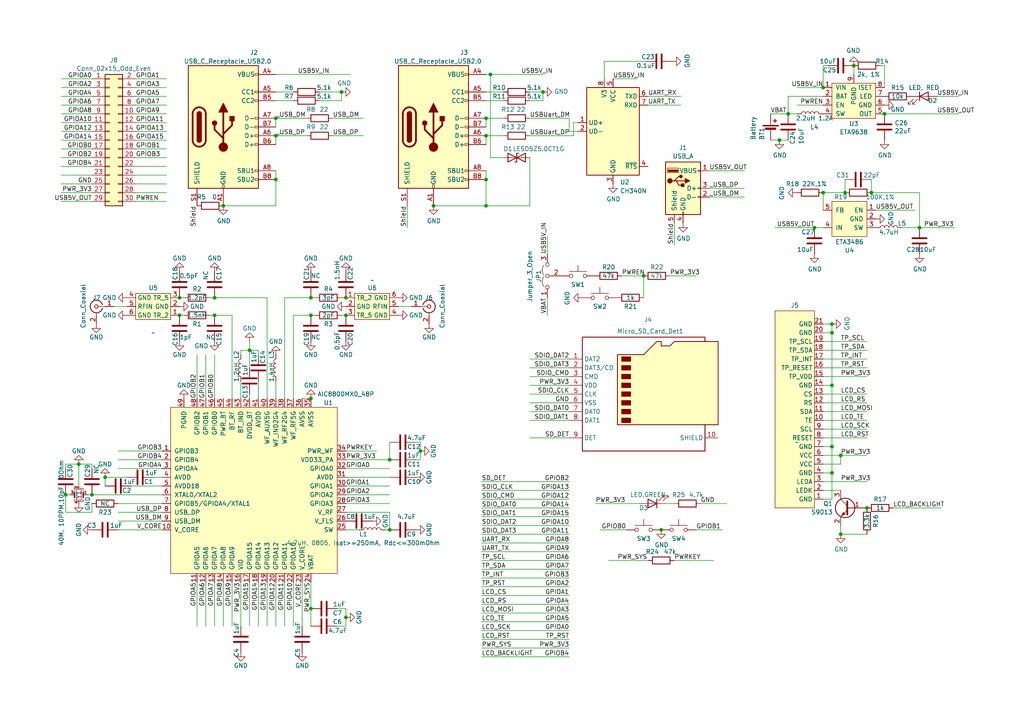
<source format=kicad_sch>
(kicad_sch (version 20230121) (generator eeschema)
  (paper "A4")
  (lib_symbols
    (symbol "Connector:Conn_Coaxial" (pin_names (offset 1.016) hide)
      (property "Reference" "J" (at 0.254 3.048 0))
      (property "Value" "Conn_Coaxial" (at 2.921 0 90))
      (symbol "Conn_Coaxial_1_1"
        (pin passive line (at -5.08 0 0) (length 2.54) (name "In") (number "1"))
        (pin passive line (at 0 -5.08 90) (length 2.54) (name "Ext") (number "2"))
      )
    )
    (symbol "Connector:Micro_SD_Card_Det1"
      (property "Reference" "J" (at -16.51 17.78 0))
      (property "Value" "Micro_SD_Card_Det1" (at 16.51 17.78 0))
      (symbol "Micro_SD_Card_Det1_1_1"
        (pin bidirectional line (at -22.86 10.16 0) (length 3.81) (name "DAT2") (number "1"))
        (pin passive line (at 20.32 -12.7 180) (length 3.81) (name "SHIELD") (number "10"))
        (pin bidirectional line (at -22.86 7.62 0) (length 3.81) (name "DAT3/CD") (number "2"))
        (pin input line (at -22.86 5.08 0) (length 3.81) (name "CMD") (number "3"))
        (pin power_in line (at -22.86 2.54 0) (length 3.81) (name "VDD") (number "4"))
        (pin input line (at -22.86 0 0) (length 3.81) (name "CLK") (number "5"))
        (pin power_in line (at -22.86 -2.54 0) (length 3.81) (name "VSS") (number "6"))
        (pin bidirectional line (at -22.86 -5.08 0) (length 3.81) (name "DAT0") (number "7"))
        (pin bidirectional line (at -22.86 -7.62 0) (length 3.81) (name "DAT1") (number "8"))
        (pin passive line (at -22.86 -12.7 0) (length 3.81) (name "DET") (number "9"))
      )
    )
    (symbol "Connector:USB_A" (pin_names (offset 1.016))
      (property "Reference" "J" (at -5.08 11.43 0))
      (property "Value" "USB_A" (at -5.08 8.89 0))
      (symbol "USB_A_1_1"
        (pin power_in line (at 7.62 5.08 180) (length 2.54) (name "VBUS") (number "1"))
        (pin bidirectional line (at 7.62 -2.54 180) (length 2.54) (name "D-") (number "2"))
        (pin bidirectional line (at 7.62 0 180) (length 2.54) (name "D+") (number "3"))
        (pin power_in line (at 0 -10.16 90) (length 2.54) (name "GND") (number "4"))
        (pin passive line (at -2.54 -10.16 90) (length 2.54) (name "Shield") (number "5"))
      )
    )
    (symbol "Connector:USB_C_Receptacle_USB2.0" (pin_names (offset 1.016))
      (property "Reference" "J" (at -10.16 19.05 0))
      (property "Value" "USB_C_Receptacle_USB2.0" (at 19.05 19.05 0))
      (symbol "USB_C_Receptacle_USB2.0_1_1"
        (pin passive line (at 0 -22.86 90) (length 5.08) (name "GND") (number "A1"))
        (pin passive line (at 0 -22.86 90) (length 5.08) hide (name "GND") (number "A12"))
        (pin passive line (at 15.24 15.24 180) (length 5.08) (name "VBUS") (number "A4"))
        (pin bidirectional line (at 15.24 10.16 180) (length 5.08) (name "CC1") (number "A5"))
        (pin bidirectional line (at 15.24 -2.54 180) (length 5.08) (name "D+") (number "A6"))
        (pin bidirectional line (at 15.24 2.54 180) (length 5.08) (name "D-") (number "A7"))
        (pin bidirectional line (at 15.24 -12.7 180) (length 5.08) (name "SBU1") (number "A8"))
        (pin passive line (at 15.24 15.24 180) (length 5.08) hide (name "VBUS") (number "A9"))
        (pin passive line (at 0 -22.86 90) (length 5.08) hide (name "GND") (number "B1"))
        (pin passive line (at 0 -22.86 90) (length 5.08) hide (name "GND") (number "B12"))
        (pin passive line (at 15.24 15.24 180) (length 5.08) hide (name "VBUS") (number "B4"))
        (pin bidirectional line (at 15.24 7.62 180) (length 5.08) (name "CC2") (number "B5"))
        (pin bidirectional line (at 15.24 -5.08 180) (length 5.08) (name "D+") (number "B6"))
        (pin bidirectional line (at 15.24 0 180) (length 5.08) (name "D-") (number "B7"))
        (pin bidirectional line (at 15.24 -15.24 180) (length 5.08) (name "SBU2") (number "B8"))
        (pin passive line (at 15.24 15.24 180) (length 5.08) hide (name "VBUS") (number "B9"))
        (pin passive line (at -7.62 -22.86 90) (length 5.08) (name "SHIELD") (number "S1"))
      )
    )
    (symbol "Connector_Generic:Conn_02x15_Odd_Even" (pin_names (offset 1.016) hide)
      (property "Reference" "J" (at 1.27 20.32 0))
      (property "Value" "Conn_02x15_Odd_Even" (at 1.27 -20.32 0))
      (symbol "Conn_02x15_Odd_Even_1_1"
        (pin passive line (at -5.08 17.78 0) (length 3.81) (name "Pin_1") (number "1"))
        (pin passive line (at 7.62 7.62 180) (length 3.81) (name "Pin_10") (number "10"))
        (pin passive line (at -5.08 5.08 0) (length 3.81) (name "Pin_11") (number "11"))
        (pin passive line (at 7.62 5.08 180) (length 3.81) (name "Pin_12") (number "12"))
        (pin passive line (at -5.08 2.54 0) (length 3.81) (name "Pin_13") (number "13"))
        (pin passive line (at 7.62 2.54 180) (length 3.81) (name "Pin_14") (number "14"))
        (pin passive line (at -5.08 0 0) (length 3.81) (name "Pin_15") (number "15"))
        (pin passive line (at 7.62 0 180) (length 3.81) (name "Pin_16") (number "16"))
        (pin passive line (at -5.08 -2.54 0) (length 3.81) (name "Pin_17") (number "17"))
        (pin passive line (at 7.62 -2.54 180) (length 3.81) (name "Pin_18") (number "18"))
        (pin passive line (at -5.08 -5.08 0) (length 3.81) (name "Pin_19") (number "19"))
        (pin passive line (at 7.62 17.78 180) (length 3.81) (name "Pin_2") (number "2"))
        (pin passive line (at 7.62 -5.08 180) (length 3.81) (name "Pin_20") (number "20"))
        (pin passive line (at -5.08 -7.62 0) (length 3.81) (name "Pin_21") (number "21"))
        (pin passive line (at 7.62 -7.62 180) (length 3.81) (name "Pin_22") (number "22"))
        (pin passive line (at -5.08 -10.16 0) (length 3.81) (name "Pin_23") (number "23"))
        (pin passive line (at 7.62 -10.16 180) (length 3.81) (name "Pin_24") (number "24"))
        (pin passive line (at -5.08 -12.7 0) (length 3.81) (name "Pin_25") (number "25"))
        (pin passive line (at 7.62 -12.7 180) (length 3.81) (name "Pin_26") (number "26"))
        (pin passive line (at -5.08 -15.24 0) (length 3.81) (name "Pin_27") (number "27"))
        (pin passive line (at 7.62 -15.24 180) (length 3.81) (name "Pin_28") (number "28"))
        (pin passive line (at -5.08 -17.78 0) (length 3.81) (name "Pin_29") (number "29"))
        (pin passive line (at -5.08 15.24 0) (length 3.81) (name "Pin_3") (number "3"))
        (pin passive line (at 7.62 -17.78 180) (length 3.81) (name "Pin_30") (number "30"))
        (pin passive line (at 7.62 15.24 180) (length 3.81) (name "Pin_4") (number "4"))
        (pin passive line (at -5.08 12.7 0) (length 3.81) (name "Pin_5") (number "5"))
        (pin passive line (at 7.62 12.7 180) (length 3.81) (name "Pin_6") (number "6"))
        (pin passive line (at -5.08 10.16 0) (length 3.81) (name "Pin_7") (number "7"))
        (pin passive line (at 7.62 10.16 180) (length 3.81) (name "Pin_8") (number "8"))
        (pin passive line (at -5.08 7.62 0) (length 3.81) (name "Pin_9") (number "9"))
      )
    )
    (symbol "Device:Battery_Cell" (pin_numbers hide) (pin_names (offset 0) hide)
      (property "Reference" "BT" (at 2.54 2.54 0))
      (property "Value" "Battery_Cell" (at 2.54 0 0))
      (symbol "Battery_Cell_1_1"
        (pin passive line (at 0 5.08 270) (length 2.54) (name "+") (number "1"))
        (pin passive line (at 0 -2.54 90) (length 2.54) (name "-") (number "2"))
      )
    )
    (symbol "Device:C" (pin_numbers hide) (pin_names (offset 0.254))
      (property "Reference" "C" (at 0.635 2.54 0))
      (property "Value" "C" (at 0.635 -2.54 0))
      (symbol "C_1_1"
        (pin passive line (at 0 3.81 270) (length 2.794) (name "~") (number "1"))
        (pin passive line (at 0 -3.81 90) (length 2.794) (name "~") (number "2"))
      )
    )
    (symbol "Device:Crystal_GND24_Small" (pin_names (offset 1.016) hide)
      (property "Reference" "Y" (at 1.27 4.445 0))
      (property "Value" "Crystal_GND24_Small" (at 1.27 2.54 0))
      (symbol "Crystal_GND24_Small_1_1"
        (pin passive line (at -2.54 0 0) (length 1.27) (name "1") (number "1"))
        (pin passive line (at 0 -2.54 90) (length 0.635) (name "2") (number "2"))
        (pin passive line (at 2.54 0 180) (length 1.27) (name "3") (number "3"))
        (pin passive line (at 0 2.54 270) (length 0.635) (name "4") (number "4"))
      )
    )
    (symbol "Device:D_TVS" (pin_numbers hide) (pin_names (offset 1.016) hide)
      (property "Reference" "D" (at 0 2.54 0))
      (property "Value" "D_TVS" (at 0 -2.54 0))
      (symbol "D_TVS_1_1"
        (pin passive line (at -3.81 0 0) (length 2.54) (name "A1") (number "1"))
        (pin passive line (at 3.81 0 180) (length 2.54) (name "A2") (number "2"))
      )
    )
    (symbol "Device:L" (pin_numbers hide) (pin_names (offset 1.016) hide)
      (property "Reference" "L" (at -1.27 0 90))
      (property "Value" "L" (at 1.905 0 90))
      (symbol "L_1_1"
        (pin passive line (at 0 3.81 270) (length 1.27) (name "1") (number "1"))
        (pin passive line (at 0 -3.81 90) (length 1.27) (name "2") (number "2"))
      )
    )
    (symbol "Device:LED" (pin_numbers hide) (pin_names (offset 1.016) hide)
      (property "Reference" "D" (at 0 2.54 0))
      (property "Value" "LED" (at 0 -2.54 0))
      (symbol "LED_1_1"
        (pin passive line (at -3.81 0 0) (length 2.54) (name "K") (number "1"))
        (pin passive line (at 3.81 0 180) (length 2.54) (name "A") (number "2"))
      )
    )
    (symbol "Device:Q_NPN_BEC" (pin_names (offset 0) hide)
      (property "Reference" "Q" (at 5.08 1.27 0))
      (property "Value" "Q_NPN_BEC" (at 5.08 -1.27 0))
      (symbol "Q_NPN_BEC_1_1"
        (pin input line (at -5.08 0 0) (length 5.715) (name "B") (number "1"))
        (pin passive line (at 2.54 -5.08 90) (length 2.54) (name "E") (number "2"))
        (pin passive line (at 2.54 5.08 270) (length 2.54) (name "C") (number "3"))
      )
    )
    (symbol "Device:R" (pin_numbers hide) (pin_names (offset 0))
      (property "Reference" "R" (at 2.032 0 90))
      (property "Value" "R" (at 0 0 90))
      (symbol "R_1_1"
        (pin passive line (at 0 3.81 270) (length 1.27) (name "~") (number "1"))
        (pin passive line (at 0 -3.81 90) (length 1.27) (name "~") (number "2"))
      )
    )
    (symbol "Jumper:Jumper_3_Open" (pin_names (offset 0) hide)
      (property "Reference" "JP" (at -2.54 -2.54 0))
      (property "Value" "Jumper_3_Open" (at 0 2.794 0))
      (symbol "Jumper_3_Open_1_1"
        (pin passive line (at -6.35 0 0) (length 2.54) (name "A") (number "1"))
        (pin passive line (at 0 -3.81 90) (length 2.54) (name "C") (number "2"))
        (pin passive line (at 6.35 0 180) (length 2.54) (name "B") (number "3"))
      )
    )
    (symbol "Switch:SW_Push" (pin_numbers hide) (pin_names (offset 1.016) hide)
      (property "Reference" "SW" (at 1.27 2.54 0))
      (property "Value" "SW_Push" (at 0 -1.524 0))
      (symbol "SW_Push_0_1"
        (pin passive line (at -5.08 0 0) (length 2.54) (name "1") (number "1"))
        (pin passive line (at 5.08 0 180) (length 2.54) (name "2") (number "2"))
      )
    )
    (symbol "VSF:2.4G_5G_RF_Duplexer"
      (property "Reference" "U" (at 0 5.08 0))
      (symbol "2.4G_5G_RF_Duplexer_1_1"
        (pin bidirectional line (at -7.62 2.54 0) (length 2.54) (name "TR_2") (number "1"))
        (pin power_in line (at -7.62 0 0) (length 2.54) (name "GND") (number "2"))
        (pin bidirectional line (at -7.62 -2.54 0) (length 2.54) (name "TR_5") (number "3"))
        (pin power_in line (at 7.62 -2.54 180) (length 2.54) (name "GND") (number "4"))
        (pin bidirectional line (at 7.62 0 180) (length 2.54) (name "RFIN") (number "5"))
        (pin power_in line (at 7.62 2.54 180) (length 2.54) (name "GND") (number "6"))
      )
    )
    (symbol "VSF:AIC8800MX0_48P" (pin_names (offset 1.016))
      (property "Reference" "U" (at 19.05 26.67 0))
      (property "Value" "AIC8800MX0_48P" (at 25.4 -25.4 0))
      (symbol "AIC8800MX0_48P_1_1"
        (pin bidirectional line (at -26.67 11.43 0) (length 2.54) (name "GPIOB3") (number "1"))
        (pin power_in line (at -26.67 -11.43 0) (length 2.54) (name "V_CORE") (number "10"))
        (pin bidirectional line (at -16.51 -26.67 90) (length 2.54) (name "GPIOA5") (number "11"))
        (pin bidirectional line (at -13.97 -26.67 90) (length 2.54) (name "GPIOA6") (number "12"))
        (pin bidirectional line (at -11.43 -26.67 90) (length 2.54) (name "GPIOA7") (number "13"))
        (pin input line (at -8.89 -26.67 90) (length 2.54) (name "GPIOA8") (number "14"))
        (pin bidirectional line (at -6.35 -26.67 90) (length 2.54) (name "GPIOA9") (number "15"))
        (pin power_in line (at -3.81 -26.67 90) (length 2.54) (name "VIO") (number "16"))
        (pin bidirectional line (at -1.27 -26.67 90) (length 2.54) (name "GPIOA15") (number "17"))
        (pin bidirectional line (at 1.27 -26.67 90) (length 2.54) (name "GPIOA14") (number "18"))
        (pin bidirectional line (at 3.81 -26.67 90) (length 2.54) (name "GPIOA13") (number "19"))
        (pin bidirectional line (at -26.67 8.89 0) (length 2.54) (name "GPIOB4") (number "2"))
        (pin bidirectional line (at 6.35 -26.67 90) (length 2.54) (name "GPIOA12") (number "20"))
        (pin bidirectional line (at 8.89 -26.67 90) (length 2.54) (name "GPIOA11") (number "21"))
        (pin bidirectional line (at 11.43 -26.67 90) (length 2.54) (name "GPIOA10") (number "22"))
        (pin power_in line (at 13.97 -26.67 90) (length 2.54) (name "V_CORE") (number "23"))
        (pin power_in line (at 16.51 -26.67 90) (length 2.54) (name "VBAT") (number "24"))
        (pin power_out line (at 26.67 -11.43 180) (length 2.54) (name "SW") (number "25"))
        (pin power_out line (at 26.67 -8.89 180) (length 2.54) (name "V_FLS") (number "26"))
        (pin power_in line (at 26.67 -6.35 180) (length 2.54) (name "V_RF") (number "27"))
        (pin bidirectional line (at 26.67 -3.81 180) (length 2.54) (name "GPIOA3") (number "28"))
        (pin bidirectional line (at 26.67 -1.27 180) (length 2.54) (name "GPIOA2") (number "29"))
        (pin bidirectional line (at -26.67 6.35 0) (length 2.54) (name "GPIOA4") (number "3"))
        (pin bidirectional line (at 26.67 1.27 180) (length 2.54) (name "GPIOA1") (number "30"))
        (pin power_in line (at 26.67 3.81 180) (length 2.54) (name "AVDD") (number "31"))
        (pin bidirectional line (at 26.67 6.35 180) (length 2.54) (name "GPIOA0") (number "32"))
        (pin power_in line (at 26.67 8.89 180) (length 2.54) (name "VDD33_PA") (number "33"))
        (pin input line (at 26.67 11.43 180) (length 2.54) (name "PWR_WF") (number "34"))
        (pin power_in line (at 16.51 26.67 270) (length 2.54) (name "AVSS") (number "35"))
        (pin power_in line (at 13.97 26.67 270) (length 2.54) (name "AVSS") (number "36"))
        (pin bidirectional line (at 11.43 26.67 270) (length 2.54) (name "WF_RF5G") (number "37"))
        (pin bidirectional line (at 8.89 26.67 270) (length 2.54) (name "WF_RF2G4") (number "38"))
        (pin bidirectional line (at 6.35 26.67 270) (length 2.54) (name "WF_IND2G4") (number "39"))
        (pin power_in line (at -26.67 3.81 0) (length 2.54) (name "AVDD") (number "4"))
        (pin input line (at 3.81 26.67 270) (length 2.54) (name "WF_AUX5G") (number "40"))
        (pin power_in line (at 1.27 26.67 270) (length 2.54) (name "AVDD") (number "41"))
        (pin power_in line (at -1.27 26.67 270) (length 2.54) (name "DVDD_BT") (number "42"))
        (pin bidirectional line (at -3.81 26.67 270) (length 2.54) (name "BT_IND") (number "43"))
        (pin bidirectional line (at -6.35 26.67 270) (length 2.54) (name "BT_RF") (number "44"))
        (pin input line (at -8.89 26.67 270) (length 2.54) (name "PWR_BT") (number "45"))
        (pin bidirectional line (at -11.43 26.67 270) (length 2.54) (name "GPIOB0") (number "46"))
        (pin bidirectional line (at -13.97 26.67 270) (length 2.54) (name "GPIOB1") (number "47"))
        (pin bidirectional line (at -16.51 26.67 270) (length 2.54) (name "GPIOB2") (number "48"))
        (pin power_in line (at -20.32 26.67 270) (length 2.54) (name "PGND") (number "49"))
        (pin power_in line (at -26.67 1.27 0) (length 2.54) (name "AVDD18") (number "5"))
        (pin bidirectional line (at -26.67 -1.27 0) (length 2.54) (name "XTAL0/XTAL2") (number "6"))
        (pin bidirectional line (at -26.67 -3.81 0) (length 2.54) (name "GPIOB5/GPIOA4/XTAL1") (number "7"))
        (pin bidirectional line (at -26.67 -6.35 0) (length 2.54) (name "USB_DP") (number "8"))
        (pin bidirectional line (at -26.67 -8.89 0) (length 2.54) (name "USB_DM") (number "9"))
      )
    )
    (symbol "VSF:CH340N"
      (property "Reference" "U" (at -6.985 13.97 0))
      (property "Value" "CH340N" (at 5.08 13.97 0))
      (symbol "CH340N_1_1"
        (pin bidirectional line (at -10.16 2.54 0) (length 2.54) (name "UD+") (number "1"))
        (pin bidirectional line (at -10.16 0 0) (length 2.54) (name "UD-") (number "2"))
        (pin power_in line (at 0 -15.24 90) (length 2.54) (name "GND") (number "3"))
        (pin output line (at 10.16 -10.16 180) (length 2.54) (name "~{RTS}") (number "4"))
        (pin power_in line (at 0 15.24 270) (length 2.54) (name "VCC") (number "5"))
        (pin output line (at 10.16 10.16 180) (length 2.54) (name "TXD") (number "6"))
        (pin input line (at 10.16 7.62 180) (length 2.54) (name "RXD") (number "7"))
        (pin passive line (at -2.54 15.24 270) (length 2.54) (name "V3") (number "8"))
      )
    )
    (symbol "VSF:ETA3486" (pin_names (offset 1.016))
      (property "Reference" "U4" (at 0 10.16 0))
      (property "Value" "ETA3486" (at 0 7.62 0))
      (symbol "ETA3486_1_1"
        (pin input line (at -7.62 2.54 0) (length 2.54) (name "EN") (number "1"))
        (pin power_in line (at -7.62 0 0) (length 2.54) (name "GND") (number "2"))
        (pin power_out line (at -7.62 -2.54 0) (length 2.54) (name "SW") (number "3"))
        (pin power_in line (at 7.62 -2.54 180) (length 2.54) (name "IN") (number "4"))
        (pin input line (at 7.62 2.54 180) (length 2.54) (name "FB") (number "5"))
      )
    )
    (symbol "VSF:ETA9638" (pin_names (offset 1.016))
      (property "Reference" "U" (at -5.08 6.35 0))
      (property "Value" "ETA9638" (at 3.81 -6.35 0))
      (symbol "ETA9638_1_1"
        (pin power_in line (at -8.89 3.81 0) (length 2.54) (name "VIN") (number "1"))
        (pin bidirectional line (at -8.89 1.27 0) (length 2.54) (name "BAT") (number "2"))
        (pin bidirectional line (at -8.89 -1.27 0) (length 2.54) (name "EN") (number "3"))
        (pin bidirectional line (at -8.89 -3.81 0) (length 2.54) (name "SW") (number "4"))
        (pin bidirectional line (at 8.89 -3.81 180) (length 2.54) (name "OUT") (number "5"))
        (pin power_in line (at 8.89 -1.27 180) (length 2.54) (name "GND") (number "6"))
        (pin bidirectional line (at 8.89 1.27 180) (length 2.54) (name "LED") (number "7"))
        (pin bidirectional line (at 8.89 3.81 180) (length 2.54) (name "ISET") (number "8"))
        (pin power_in line (at 0 7.62 270) (length 2.54) (name "PGND") (number "9"))
      )
    )
    (symbol "VSF:HXR20062C21"
      (property "Reference" "J" (at -6.35 30.48 0))
      (symbol "HXR20062C21_1_1"
        (pin input line (at 2.54 -25.4 180) (length 2.54) (name "GND") (number "1"))
        (pin input line (at 2.54 -2.54 180) (length 2.54) (name "TE") (number "10"))
        (pin input line (at 2.54 0 180) (length 2.54) (name "SDA") (number "11"))
        (pin input line (at 2.54 2.54 180) (length 2.54) (name "RS") (number "12"))
        (pin input line (at 2.54 5.08 180) (length 2.54) (name "CS") (number "13"))
        (pin input line (at 2.54 7.62 180) (length 2.54) (name "GND") (number "14"))
        (pin input line (at 2.54 10.16 180) (length 2.54) (name "TP_VDD") (number "15"))
        (pin input line (at 2.54 12.7 180) (length 2.54) (name "TP_RESET") (number "16"))
        (pin input line (at 2.54 15.24 180) (length 2.54) (name "TP_INT") (number "17"))
        (pin input line (at 2.54 17.78 180) (length 2.54) (name "TP_SDA") (number "18"))
        (pin input line (at 2.54 20.32 180) (length 2.54) (name "TP_SCL") (number "19"))
        (pin input line (at 2.54 -22.86 180) (length 2.54) (name "LEDK") (number "2"))
        (pin input line (at 2.54 22.86 180) (length 2.54) (name "GND") (number "20"))
        (pin input line (at 2.54 25.4 180) (length 2.54) (name "GND") (number "21"))
        (pin input line (at 2.54 -20.32 180) (length 2.54) (name "LEDA") (number "3"))
        (pin input line (at 2.54 -17.78 180) (length 2.54) (name "GND") (number "4"))
        (pin input line (at 2.54 -15.24 180) (length 2.54) (name "VCC") (number "5"))
        (pin input line (at 2.54 -12.7 180) (length 2.54) (name "VCC") (number "6"))
        (pin input line (at 2.54 -10.16 180) (length 2.54) (name "GND") (number "7"))
        (pin input line (at 2.54 -7.62 180) (length 2.54) (name "RESET") (number "8"))
        (pin input line (at 2.54 -5.08 180) (length 2.54) (name "SCL") (number "9"))
      )
    )
    (symbol "power:GND" (power) (pin_names (offset 0))
      (property "Value" "GND" (at 0 -3.81 0))
      (symbol "GND_1_1"
        (pin power_in line (at 0 0 270) (length 0) hide (name "GND") (number "1"))
      )
    )
  )
  (junction (at 241.3 137.16))
  (junction (at 121.92 130.81))
  (junction (at 22.86 134.62))
  (junction (at 241.3 96.52))
  (junction (at 236.22 66.04))
  (junction (at 140.97 39.37))
  (junction (at 52.07 86.36))
  (junction (at 238.76 25.4))
  (junction (at 241.3 129.54))
  (junction (at 191.77 153.67))
  (junction (at 125.73 59.69))
  (junction (at 90.17 86.36))
  (junction (at 243.84 132.08))
  (junction (at 243.84 154.94))
  (junction (at 226.06 40.64))
  (junction (at 251.46 147.32))
  (junction (at 90.17 91.44))
  (junction (at 72.39 101.6))
  (junction (at 247.65 19.05))
  (junction (at 80.01 39.37))
  (junction (at 241.3 111.76))
  (junction (at 80.01 34.29))
  (junction (at 90.17 115.57))
  (junction (at 62.23 91.44))
  (junction (at 100.33 86.36))
  (junction (at 140.97 34.29))
  (junction (at 113.03 133.35))
  (junction (at 245.11 55.88))
  (junction (at 140.97 52.07))
  (junction (at 228.6 33.02))
  (junction (at 52.07 91.44))
  (junction (at 62.23 86.36))
  (junction (at 238.76 55.88))
  (junction (at 99.06 26.67))
  (junction (at 252.73 55.88))
  (junction (at 266.7 66.04))
  (junction (at 30.48 138.43))
  (junction (at 90.17 176.53))
  (junction (at 100.33 91.44))
  (junction (at 157.48 26.67))
  (junction (at 142.24 21.59))
  (junction (at 256.54 33.02))
  (junction (at 100.33 179.07))
  (junction (at 26.67 143.51))
  (junction (at 241.3 93.98))
  (junction (at 80.01 52.07))
  (junction (at 113.03 153.67))
  (junction (at 140.97 59.69))
  (junction (at 19.05 143.51))
  (junction (at 64.77 59.69))
  (junction (at 186.69 80.01))
  (wire (pts (xy 223.52 40.64) (xy 226.06 40.64)))
  (wire (pts (xy 238.76 25.4) (xy 238.76 19.05)))
  (wire (pts (xy 266.7 66.04) (xy 276.86 66.04)))
  (wire (pts (xy 252.73 52.07) (xy 252.73 55.88)))
  (wire (pts (xy 187.96 27.94) (xy 197.485 27.94)))
  (wire (pts (xy 39.37 48.26) (xy 48.26 48.26)))
  (wire (pts (xy 82.55 86.36) (xy 90.17 86.36)))
  (wire (pts (xy 139.7 144.78) (xy 165.1 144.78)))
  (wire (pts (xy 36.83 138.43) (xy 30.48 138.43)))
  (wire (pts (xy 17.78 33.02) (xy 26.67 33.02)))
  (wire (pts (xy 17.78 22.86) (xy 26.67 22.86)))
  (wire (pts (xy 238.76 99.06) (xy 251.46 99.06)))
  (wire (pts (xy 52.07 91.44) (xy 53.34 91.44)))
  (wire (pts (xy 223.52 33.02) (xy 228.6 33.02)))
  (wire (pts (xy 153.67 26.67) (xy 157.48 26.67)))
  (wire (pts (xy 153.67 119.38) (xy 165.1 119.38)))
  (wire (pts (xy 39.37 55.88) (xy 48.26 55.88)))
  (wire (pts (xy 60.96 91.44) (xy 62.23 91.44)))
  (wire (pts (xy 121.92 128.27) (xy 120.65 128.27)))
  (wire (pts (xy 17.78 58.42) (xy 26.67 58.42)))
  (wire (pts (xy 238.76 119.38) (xy 251.46 119.38)))
  (wire (pts (xy 238.76 101.6) (xy 251.46 101.6)))
  (wire (pts (xy 74.93 102.87) (xy 74.93 101.6)))
  (wire (pts (xy 69.85 102.87) (xy 69.85 101.6)))
  (wire (pts (xy 186.69 80.01) (xy 186.69 86.36)))
  (wire (pts (xy 85.09 26.67) (xy 80.01 26.67)))
  (wire (pts (xy 17.78 35.56) (xy 26.67 35.56)))
  (wire (pts (xy 64.77 59.69) (xy 80.01 59.69)))
  (wire (pts (xy 228.6 27.94) (xy 228.6 33.02)))
  (wire (pts (xy 80.01 39.37) (xy 88.9 39.37)))
  (wire (pts (xy 165.1 38.1) (xy 167.64 38.1)))
  (wire (pts (xy 139.7 185.42) (xy 165.1 185.42)))
  (wire (pts (xy 266.7 55.88) (xy 266.7 66.04)))
  (wire (pts (xy 153.67 114.3) (xy 165.1 114.3)))
  (wire (pts (xy 69.85 101.6) (xy 72.39 101.6)))
  (wire (pts (xy 139.7 175.26) (xy 165.1 175.26)))
  (wire (pts (xy 57.15 168.91) (xy 57.15 181.61)))
  (wire (pts (xy 177.8 22.86) (xy 184.785 22.86)))
  (wire (pts (xy 96.52 34.29) (xy 105.41 34.29)))
  (wire (pts (xy 238.76 19.05) (xy 240.03 19.05)))
  (wire (pts (xy 19.05 143.51) (xy 20.32 143.51)))
  (wire (pts (xy 80.01 168.91) (xy 80.01 181.61)))
  (wire (pts (xy 139.7 157.48) (xy 165.1 157.48)))
  (wire (pts (xy 140.97 34.29) (xy 140.97 36.83)))
  (wire (pts (xy 17.78 27.94) (xy 26.67 27.94)))
  (wire (pts (xy 121.92 130.81) (xy 121.92 128.27)))
  (wire (pts (xy 153.67 111.76) (xy 165.1 111.76)))
  (wire (pts (xy 17.78 40.64) (xy 26.67 40.64)))
  (wire (pts (xy 241.3 93.98) (xy 241.3 96.52)))
  (wire (pts (xy 99.06 29.21) (xy 99.06 26.67)))
  (wire (pts (xy 17.78 48.26) (xy 26.67 48.26)))
  (wire (pts (xy 153.67 39.37) (xy 166.37 39.37)))
  (wire (pts (xy 67.31 168.91) (xy 67.31 181.61)))
  (wire (pts (xy 139.7 177.8) (xy 165.1 177.8)))
  (wire (pts (xy 231.14 25.4) (xy 238.76 25.4)))
  (wire (pts (xy 100.33 91.44) (xy 99.06 91.44)))
  (wire (pts (xy 34.29 148.59) (xy 46.99 148.59)))
  (wire (pts (xy 72.39 114.3) (xy 72.39 115.57)))
  (wire (pts (xy 80.01 41.91) (xy 80.01 39.37)))
  (wire (pts (xy 80.01 110.49) (xy 80.01 115.57)))
  (wire (pts (xy 146.05 26.67) (xy 140.97 26.67)))
  (wire (pts (xy 251.46 154.94) (xy 243.84 154.94)))
  (wire (pts (xy 176.53 162.56) (xy 187.96 162.56)))
  (wire (pts (xy 271.78 27.94) (xy 278.13 27.94)))
  (wire (pts (xy 238.76 142.24) (xy 243.84 142.24)))
  (wire (pts (xy 228.6 33.02) (xy 231.14 33.02)))
  (wire (pts (xy 140.97 52.07) (xy 140.97 59.69)))
  (wire (pts (xy 238.76 104.14) (xy 251.46 104.14)))
  (wire (pts (xy 19.05 135.89) (xy 19.05 134.62)))
  (wire (pts (xy 62.23 168.91) (xy 62.23 181.61)))
  (wire (pts (xy 39.37 35.56) (xy 48.26 35.56)))
  (wire (pts (xy 153.67 45.72) (xy 153.67 59.69)))
  (wire (pts (xy 238.76 55.88) (xy 245.11 55.88)))
  (wire (pts (xy 140.97 49.53) (xy 140.97 52.07)))
  (wire (pts (xy 100.33 146.05) (xy 113.03 146.05)))
  (wire (pts (xy 22.86 134.62) (xy 22.86 140.97)))
  (wire (pts (xy 139.7 139.7) (xy 165.1 139.7)))
  (wire (pts (xy 17.78 45.72) (xy 26.67 45.72)))
  (wire (pts (xy 166.37 39.37) (xy 166.37 35.56)))
  (wire (pts (xy 153.67 116.84) (xy 165.1 116.84)))
  (wire (pts (xy 97.79 181.61) (xy 100.33 181.61)))
  (wire (pts (xy 194.31 80.01) (xy 201.93 80.01)))
  (wire (pts (xy 153.67 106.68) (xy 165.1 106.68)))
  (wire (pts (xy 238.76 132.08) (xy 243.84 132.08)))
  (wire (pts (xy 238.76 106.68) (xy 251.46 106.68)))
  (wire (pts (xy 85.09 91.44) (xy 90.17 91.44)))
  (wire (pts (xy 241.3 129.54) (xy 241.3 111.76)))
  (wire (pts (xy 99.06 86.36) (xy 100.33 86.36)))
  (wire (pts (xy 139.7 149.86) (xy 165.1 149.86)))
  (wire (pts (xy 17.78 25.4) (xy 26.67 25.4)))
  (wire (pts (xy 92.71 29.21) (xy 99.06 29.21)))
  (wire (pts (xy 139.7 167.64) (xy 165.1 167.64)))
  (wire (pts (xy 157.48 29.21) (xy 157.48 26.67)))
  (wire (pts (xy 82.55 115.57) (xy 82.55 86.36)))
  (wire (pts (xy 72.39 101.6) (xy 72.39 99.06)))
  (wire (pts (xy 100.33 179.07) (xy 100.33 176.53)))
  (wire (pts (xy 238.76 137.16) (xy 241.3 137.16)))
  (wire (pts (xy 34.29 135.89) (xy 46.99 135.89)))
  (wire (pts (xy 238.76 144.78) (xy 241.3 144.78)))
  (wire (pts (xy 231.14 30.48) (xy 238.76 30.48)))
  (wire (pts (xy 100.33 135.89) (xy 113.03 135.89)))
  (wire (pts (xy 87.63 168.91) (xy 87.63 181.61)))
  (wire (pts (xy 139.7 180.34) (xy 165.1 180.34)))
  (wire (pts (xy 172.72 146.05) (xy 185.42 146.05)))
  (wire (pts (xy 153.67 127) (xy 165.1 127)))
  (wire (pts (xy 142.24 21.59) (xy 157.48 21.59)))
  (wire (pts (xy 17.78 30.48) (xy 26.67 30.48)))
  (wire (pts (xy 25.4 143.51) (xy 26.67 143.51)))
  (wire (pts (xy 39.37 33.02) (xy 48.26 33.02)))
  (wire (pts (xy 205.74 49.53) (xy 215.9 49.53)))
  (wire (pts (xy 115.57 88.9) (xy 119.38 88.9)))
  (wire (pts (xy 19.05 148.59) (xy 26.67 148.59)))
  (wire (pts (xy 33.02 88.9) (xy 36.83 88.9)))
  (wire (pts (xy 64.77 168.91) (xy 64.77 181.61)))
  (wire (pts (xy 241.3 111.76) (xy 238.76 111.76)))
  (wire (pts (xy 139.7 172.72) (xy 165.1 172.72)))
  (wire (pts (xy 92.71 26.67) (xy 99.06 26.67)))
  (wire (pts (xy 158.75 86.36) (xy 158.75 91.44)))
  (wire (pts (xy 100.33 148.59) (xy 113.03 148.59)))
  (wire (pts (xy 80.01 34.29) (xy 88.9 34.29)))
  (wire (pts (xy 90.17 91.44) (xy 91.44 91.44)))
  (wire (pts (xy 38.1 140.97) (xy 46.99 140.97)))
  (wire (pts (xy 85.09 115.57) (xy 85.09 91.44)))
  (wire (pts (xy 256.54 25.4) (xy 256.54 19.05)))
  (wire (pts (xy 236.22 66.04) (xy 238.76 66.04)))
  (wire (pts (xy 17.78 43.18) (xy 26.67 43.18)))
  (wire (pts (xy 139.7 147.32) (xy 165.1 147.32)))
  (wire (pts (xy 39.37 27.94) (xy 48.26 27.94)))
  (wire (pts (xy 238.76 93.98) (xy 241.3 93.98)))
  (wire (pts (xy 52.07 86.36) (xy 53.34 86.36)))
  (wire (pts (xy 238.76 127) (xy 251.46 127)))
  (wire (pts (xy 175.26 17.78) (xy 175.26 22.86)))
  (wire (pts (xy 241.3 137.16) (xy 241.3 129.54)))
  (wire (pts (xy 153.67 59.69) (xy 140.97 59.69)))
  (wire (pts (xy 121.92 133.35) (xy 120.65 133.35)))
  (wire (pts (xy 241.3 111.76) (xy 241.3 96.52)))
  (wire (pts (xy 142.24 45.72) (xy 142.24 21.59)))
  (wire (pts (xy 113.03 148.59) (xy 113.03 153.67)))
  (wire (pts (xy 125.73 59.69) (xy 140.97 59.69)))
  (wire (pts (xy 195.58 162.56) (xy 207.01 162.56)))
  (wire (pts (xy 59.69 102.87) (xy 59.69 115.57)))
  (wire (pts (xy 226.06 40.64) (xy 228.6 40.64)))
  (wire (pts (xy 34.29 153.67) (xy 46.99 153.67)))
  (wire (pts (xy 85.09 29.21) (xy 80.01 29.21)))
  (wire (pts (xy 201.93 153.67) (xy 209.55 153.67)))
  (wire (pts (xy 77.47 86.36) (xy 62.23 86.36)))
  (wire (pts (xy 90.17 86.36) (xy 91.44 86.36)))
  (wire (pts (xy 241.3 96.52) (xy 238.76 96.52)))
  (wire (pts (xy 140.97 39.37) (xy 140.97 41.91)))
  (wire (pts (xy 39.37 58.42) (xy 48.26 58.42)))
  (wire (pts (xy 69.85 168.91) (xy 69.85 181.61)))
  (wire (pts (xy 80.01 36.83) (xy 80.01 34.29)))
  (wire (pts (xy 238.76 109.22) (xy 251.46 109.22)))
  (wire (pts (xy 158.75 68.58) (xy 158.75 73.66)))
  (wire (pts (xy 139.7 190.5) (xy 165.1 190.5)))
  (wire (pts (xy 82.55 168.91) (xy 82.55 181.61)))
  (wire (pts (xy 153.67 29.21) (xy 157.48 29.21)))
  (wire (pts (xy 238.76 114.3) (xy 251.46 114.3)))
  (wire (pts (xy 34.29 130.81) (xy 46.99 130.81)))
  (wire (pts (xy 139.7 165.1) (xy 165.1 165.1)))
  (wire (pts (xy 245.11 52.07) (xy 245.11 55.88)))
  (wire (pts (xy 247.65 19.05) (xy 247.65 21.59)))
  (wire (pts (xy 205.74 54.61) (xy 215.9 54.61)))
  (wire (pts (xy 60.96 86.36) (xy 62.23 86.36)))
  (wire (pts (xy 80.01 52.07) (xy 80.01 59.69)))
  (wire (pts (xy 30.48 138.43) (xy 30.48 140.97)))
  (wire (pts (xy 90.17 176.53) (xy 90.17 181.61)))
  (wire (pts (xy 17.78 55.88) (xy 26.67 55.88)))
  (wire (pts (xy 17.78 53.34) (xy 26.67 53.34)))
  (wire (pts (xy 39.37 45.72) (xy 48.26 45.72)))
  (wire (pts (xy 17.78 50.8) (xy 26.67 50.8)))
  (wire (pts (xy 85.09 168.91) (xy 85.09 181.61)))
  (wire (pts (xy 175.26 17.78) (xy 187.325 17.78)))
  (wire (pts (xy 139.7 160.02) (xy 165.1 160.02)))
  (wire (pts (xy 146.05 29.21) (xy 140.97 29.21)))
  (wire (pts (xy 153.67 121.92) (xy 165.1 121.92)))
  (wire (pts (xy 26.67 143.51) (xy 46.99 143.51)))
  (wire (pts (xy 87.63 115.57) (xy 90.17 115.57)))
  (wire (pts (xy 100.33 143.51) (xy 113.03 143.51)))
  (wire (pts (xy 113.03 128.27) (xy 113.03 133.35)))
  (wire (pts (xy 118.11 59.69) (xy 118.11 66.04)))
  (wire (pts (xy 224.79 66.04) (xy 236.22 66.04)))
  (wire (pts (xy 254 60.96) (xy 265.43 60.96)))
  (wire (pts (xy 238.76 134.62) (xy 243.84 134.62)))
  (wire (pts (xy 252.73 55.88) (xy 266.7 55.88)))
  (wire (pts (xy 62.23 102.87) (xy 62.23 115.57)))
  (wire (pts (xy 238.76 129.54) (xy 241.3 129.54)))
  (wire (pts (xy 203.2 146.05) (xy 210.82 146.05)))
  (wire (pts (xy 256.54 33.02) (xy 278.13 33.02)))
  (wire (pts (xy 165.1 34.29) (xy 165.1 38.1)))
  (wire (pts (xy 139.7 182.88) (xy 165.1 182.88)))
  (wire (pts (xy 90.17 168.91) (xy 90.17 176.53)))
  (wire (pts (xy 173.99 153.67) (xy 181.61 153.67)))
  (wire (pts (xy 39.37 53.34) (xy 48.26 53.34)))
  (wire (pts (xy 121.92 130.81) (xy 121.92 133.35)))
  (wire (pts (xy 238.76 27.94) (xy 228.6 27.94)))
  (wire (pts (xy 139.7 142.24) (xy 165.1 142.24)))
  (wire (pts (xy 241.3 144.78) (xy 241.3 137.16)))
  (wire (pts (xy 39.37 38.1) (xy 48.26 38.1)))
  (wire (pts (xy 74.93 101.6) (xy 72.39 101.6)))
  (wire (pts (xy 243.84 152.4) (xy 243.84 154.94)))
  (wire (pts (xy 111.76 153.67) (xy 113.03 153.67)))
  (wire (pts (xy 139.7 152.4) (xy 165.1 152.4)))
  (wire (pts (xy 59.69 168.91) (xy 59.69 181.61)))
  (wire (pts (xy 39.37 40.64) (xy 48.26 40.64)))
  (wire (pts (xy 100.33 138.43) (xy 113.03 138.43)))
  (wire (pts (xy 100.33 153.67) (xy 104.14 153.67)))
  (wire (pts (xy 39.37 43.18) (xy 48.26 43.18)))
  (wire (pts (xy 195.58 64.77) (xy 195.58 71.12)))
  (wire (pts (xy 19.05 143.51) (xy 19.05 148.59)))
  (wire (pts (xy 238.76 116.84) (xy 251.46 116.84)))
  (wire (pts (xy 139.7 154.94) (xy 165.1 154.94)))
  (wire (pts (xy 62.23 91.44) (xy 67.31 91.44)))
  (wire (pts (xy 39.37 50.8) (xy 48.26 50.8)))
  (wire (pts (xy 34.29 151.13) (xy 46.99 151.13)))
  (wire (pts (xy 259.08 147.32) (xy 273.05 147.32)))
  (wire (pts (xy 72.39 168.91) (xy 72.39 181.61)))
  (wire (pts (xy 100.33 130.81) (xy 109.22 130.81)))
  (wire (pts (xy 80.01 21.59) (xy 101.6 21.59)))
  (wire (pts (xy 100.33 140.97) (xy 113.03 140.97)))
  (wire (pts (xy 39.37 25.4) (xy 48.26 25.4)))
  (wire (pts (xy 139.7 162.56) (xy 165.1 162.56)))
  (wire (pts (xy 96.52 39.37) (xy 105.41 39.37)))
  (wire (pts (xy 153.67 104.14) (xy 165.1 104.14)))
  (wire (pts (xy 146.05 39.37) (xy 140.97 39.37)))
  (wire (pts (xy 72.39 101.6) (xy 72.39 106.68)))
  (wire (pts (xy 255.27 19.05) (xy 256.54 19.05)))
  (wire (pts (xy 34.29 146.05) (xy 46.99 146.05)))
  (wire (pts (xy 39.37 30.48) (xy 48.26 30.48)))
  (wire (pts (xy 26.67 135.89) (xy 26.67 134.62)))
  (wire (pts (xy 142.24 45.72) (xy 146.05 45.72)))
  (wire (pts (xy 243.84 132.08) (xy 243.84 134.62)))
  (wire (pts (xy 238.76 124.46) (xy 251.46 124.46)))
  (wire (pts (xy 187.96 30.48) (xy 197.485 30.48)))
  (wire (pts (xy 139.7 187.96) (xy 165.1 187.96)))
  (wire (pts (xy 238.76 139.7) (xy 251.46 139.7)))
  (wire (pts (xy 238.76 55.88) (xy 238.76 60.96)))
  (wire (pts (xy 139.7 170.18) (xy 165.1 170.18)))
  (wire (pts (xy 140.97 21.59) (xy 142.24 21.59)))
  (wire (pts (xy 77.47 115.57) (xy 77.47 86.36)))
  (wire (pts (xy 100.33 181.61) (xy 100.33 179.07)))
  (wire (pts (xy 34.29 133.35) (xy 46.99 133.35)))
  (wire (pts (xy 77.47 168.91) (xy 77.47 181.61)))
  (wire (pts (xy 97.79 176.53) (xy 100.33 176.53)))
  (wire (pts (xy 80.01 49.53) (xy 80.01 52.07)))
  (wire (pts (xy 153.67 34.29) (xy 165.1 34.29)))
  (wire (pts (xy 26.67 148.59) (xy 26.67 146.05)))
  (wire (pts (xy 74.93 168.91) (xy 74.93 181.61)))
  (wire (pts (xy 180.34 80.01) (xy 186.69 80.01)))
  (wire (pts (xy 166.37 35.56) (xy 167.64 35.56)))
  (wire (pts (xy 100.33 133.35) (xy 113.03 133.35)))
  (wire (pts (xy 69.85 110.49) (xy 69.85 115.57)))
  (wire (pts (xy 195.58 146.05) (xy 193.04 146.05)))
  (wire (pts (xy 57.15 102.87) (xy 57.15 115.57)))
  (wire (pts (xy 74.93 110.49) (xy 74.93 115.57)))
  (wire (pts (xy 67.31 115.57) (xy 67.31 91.44)))
  (wire (pts (xy 17.78 38.1) (xy 26.67 38.1)))
  (wire (pts (xy 44.45 138.43) (xy 46.99 138.43)))
  (wire (pts (xy 205.74 57.15) (xy 215.9 57.15)))
  (wire (pts (xy 243.84 132.08) (xy 251.46 132.08)))
  (wire (pts (xy 153.67 109.22) (xy 165.1 109.22)))
  (wire (pts (xy 26.67 134.62) (xy 22.86 134.62)))
  (wire (pts (xy 19.05 134.62) (xy 22.86 134.62)))
  (wire (pts (xy 140.97 34.29) (xy 146.05 34.29)))
  (wire (pts (xy 261.62 66.04) (xy 266.7 66.04)))
  (wire (pts (xy 238.76 121.92) (xy 251.46 121.92)))
  (wire (pts (xy 39.37 22.86) (xy 48.26 22.86)))
  (label "USB5V_IN" (at 151.13 21.59 0))
  (label "GND" (at 165.1 116.84 180))
  (label "USB_DP" (at 96.52 39.37 0))
  (label "_USB_DP" (at 205.74 54.61 0))
  (label "GPIOA3" (at 100.33 146.05 0))
  (label "GPIOB2" (at 26.67 45.72 180))
  (label "GPIOB4" (at 46.99 133.35 180))
  (label "USB5V_OUT" (at 254 60.96 0))
  (label "SDIO_DAT2" (at 165.1 104.14 180))
  (label "LCD_MOSI" (at 139.7 177.8 0))
  (label "PWREN" (at 39.37 58.42 0))
  (label "GPIOA2" (at 100.33 143.51 0))
  (label "GPIOA11" (at 82.55 168.91 270))
  (label "SDIO_CLK" (at 139.7 142.24 0))
  (label "SDIO_CLK" (at 165.1 114.3 180))
  (label "GPIOA1" (at 165.1 172.72 180))
  (label "GPIOA7" (at 39.37 30.48 0))
  (label "GPIOA3" (at 39.37 25.4 0))
  (label "GPIOA9" (at 165.1 160.02 180))
  (label "PWR_3V3" (at 243.84 132.08 0))
  (label "LCD_RST" (at 139.7 185.42 0))
  (label "TP_SCL" (at 139.7 162.56 0))
  (label "GPIOA11" (at 165.1 154.94 180))
  (label "UART_RX" (at 139.7 157.48 0))
  (label "PWR_3V3" (at 26.67 55.88 180))
  (label "USB5V_IN" (at 177.8 22.86 0))
  (label "PWR_3V3" (at 243.84 109.22 0))
  (label "GPIOB0" (at 62.23 115.57 90))
  (label "GPIOA8" (at 26.67 33.02 180))
  (label "LCD_SCK" (at 139.7 182.88 0))
  (label "PWR_SYS" (at 179.07 162.56 0))
  (label "GPIOA1" (at 39.37 22.86 0))
  (label "SDIO_DAT1" (at 165.1 121.92 180))
  (label "GPIOA14" (at 26.67 40.64 180))
  (label "VBAT" (at 223.52 33.02 0))
  (label "PWREN" (at 238.76 30.48 180))
  (label "GPIOA15" (at 165.1 149.86 180))
  (label "GPIOA9" (at 67.31 168.91 270))
  (label "GPIOB1" (at 59.69 115.57 90))
  (label "GND" (at 26.67 53.34 180))
  (label "PWR_SYS" (at 90.17 168.91 270))
  (label "GPIOA10" (at 26.67 35.56 180))
  (label "LCD_TE" (at 243.84 121.92 0))
  (label "GPIOA3" (at 165.1 177.8 180))
  (label "UART_TX" (at 187.96 30.48 0))
  (label "LCD_MOSI" (at 243.84 119.38 0))
  (label "GPIOB1" (at 201.93 153.67 0))
  (label "TP_INT" (at 139.7 167.64 0))
  (label "GPIOA2" (at 26.67 25.4 180))
  (label "USB5V_OUT" (at 271.78 33.02 0))
  (label "USB_DM" (at 46.99 151.13 180))
  (label "_USB_DP" (at 80.01 39.37 0))
  (label "PWR_SYS" (at 139.7 187.96 0))
  (label "Shield" (at 57.15 59.69 270))
  (label "USBUart_DM" (at 153.67 34.29 0))
  (label "SDIO_DAT1" (at 139.7 149.86 0))
  (label "GPIOA12" (at 80.01 168.91 270))
  (label "GPIOB4" (at 165.1 190.5 180))
  (label "GPIOA10" (at 85.09 168.91 270))
  (label "GPIOB1" (at 39.37 43.18 0))
  (label "UART_RX" (at 187.96 27.94 0))
  (label "GPIOA4" (at 165.1 175.26 180))
  (label "USB5V_OUT" (at 205.74 49.53 0))
  (label "SDIO_DAT2" (at 139.7 152.4 0))
  (label "PWR_3V3" (at 172.72 146.05 0))
  (label "USB5V_OUT" (at 26.67 58.42 180))
  (label "PWR_3V3" (at 100.33 133.35 0))
  (label "GPIOB2" (at 57.15 115.57 90))
  (label "V_CORE" (at 87.63 168.91 270))
  (label "SDIO_DAT3" (at 165.1 106.68 180))
  (label "LCD_BACKLIGHT" (at 139.7 190.5 0))
  (label "GPIOA11" (at 39.37 35.56 0))
  (label "PWR_3V3" (at 194.31 80.01 0))
  (label "GPIOA4" (at 26.67 27.94 180))
  (label "_USB_DM" (at 80.01 34.29 0))
  (label "GPIOA6" (at 26.67 30.48 180))
  (label "PWR_3V3" (at 69.85 168.91 270))
  (label "LCD_RS" (at 243.84 116.84 0))
  (label "GPIOA15" (at 39.37 40.64 0))
  (label "TP_SCL" (at 243.84 99.06 0))
  (label "Shield" (at 118.11 59.69 270))
  (label "GPIOA4" (at 46.99 135.89 180))
  (label "TP_SDA" (at 139.7 165.1 0))
  (label "SDIO_CMD" (at 139.7 144.78 0))
  (label "PWR_3V3" (at 165.1 187.96 180))
  (label "GPIOB0" (at 26.67 43.18 180))
  (label "USB5V_IN" (at 158.75 73.66 90))
  (label "GPIOA10" (at 165.1 152.4 180))
  (label "LCD_SCK" (at 243.84 124.46 0))
  (label "SD_DET" (at 139.7 139.7 0))
  (label "USB5V_IN" (at 238.76 25.4 180))
  (label "GPIOA13" (at 39.37 38.1 0))
  (label "GPIOA5" (at 165.1 180.34 180))
  (label "SD_DET" (at 165.1 127 180))
  (label "GPIOA8" (at 165.1 157.48 180))
  (label "GPIOB3" (at 165.1 167.64 180))
  (label "GPIOA7" (at 165.1 165.1 180))
  (label "GPIOA15" (at 72.39 168.91 270))
  (label "USB5V_IN" (at 271.78 27.94 0))
  (label "GPIOB3" (at 46.99 130.81 180))
  (label "GPIOA5" (at 39.37 27.94 0))
  (label "GPIOA12" (at 165.1 144.78 180))
  (label "GPIOA9" (at 39.37 33.02 0))
  (label "V_CORE" (at 46.99 153.67 180))
  (label "LCD_CS" (at 139.7 172.72 0))
  (label "SDIO_DAT0" (at 139.7 147.32 0))
  (label "TP_RST" (at 165.1 185.42 180))
  (label "SDIO_DAT0" (at 165.1 119.38 180))
  (label "PWRKEY" (at 195.58 162.56 0))
  (label "GPIOA1" (at 100.33 140.97 0))
  (label "GPIOA6" (at 165.1 162.56 180))
  (label "GPIOA7" (at 62.23 168.91 270))
  (label "GPIOA13" (at 165.1 142.24 180))
  (label "GPIOB2" (at 165.1 139.7 180))
  (label "GND" (at 203.2 146.05 0))
  (label "GPIOA6" (at 59.69 168.91 270))
  (label "TP_RST" (at 139.7 170.18 0))
  (label "PWR_3V3" (at 267.97 66.04 0))
  (label "GPIOA14" (at 165.1 147.32 180))
  (label "LCD_BACKLIGHT" (at 259.08 147.32 0))
  (label "TP_SDA" (at 243.84 101.6 0))
  (label "TP_RST" (at 243.84 106.68 0))
  (label "Shield" (at 195.58 64.77 270))
  (label "USBUart_DP" (at 153.67 39.37 0))
  (label "GPIOB4" (at 26.67 48.26 180))
  (label "USB5V_OUT" (at 236.22 66.04 180))
  (label "PWRKEY" (at 100.33 130.81 0))
  (label "GPIOA12" (at 26.67 38.1 180))
  (label "PWREN" (at 180.34 80.01 0))
  (label "USB_DP" (at 46.99 148.59 180))
  (label "VBAT" (at 158.75 86.36 270))
  (label "GPIOA0" (at 26.67 22.86 180))
  (label "SDIO_DAT3" (at 139.7 154.94 0))
  (label "GPIOA0" (at 100.33 135.89 0))
  (label "PWR_3V3" (at 243.84 139.7 0))
  (label "USB5V_IN" (at 86.36 21.59 0))
  (label "GPIOA2" (at 165.1 170.18 180))
  (label "_USB_DM" (at 205.74 57.15 0))
  (label "SDIO_CMD" (at 165.1 109.22 180))
  (label "LCD_CS" (at 243.84 114.3 0))
  (label "USB_DM" (at 96.52 34.29 0))
  (label "TP_INT" (at 243.84 104.14 0))
  (label "GPIOA14" (at 74.93 168.91 270))
  (label "GPIOB0" (at 181.61 153.67 180))
  (label "GPIOA8" (at 64.77 168.91 270))
  (label "GPIOA0" (at 165.1 182.88 180))
  (label "GPIOA13" (at 77.47 168.91 270))
  (label "UART_TX" (at 139.7 160.02 0))
  (label "GPIOA5" (at 57.15 168.91 270))
  (label "LCD_RST" (at 243.84 127 0))
  (label "LCD_RS" (at 139.7 175.26 0))
  (label "PWR_3V3" (at 165.1 111.76 180))
  (label "GPIOB3" (at 39.37 45.72 0))
  (label "LCD_TE" (at 139.7 180.34 0))
  (symbol (lib_id "Jumper:Jumper_3_Open") (at 158.75 80.01 90) (unit 1)
    (property "Reference" "JP1" (at 156.21 81.915 0) (effects (justify left)))
    (property "Value" "Jumper_3_Open" (at 153.67 87.63 0) (effects (justify left)))
    (property "Footprint" "Jumper:SolderJumper-3_P1.3mm_Open_RoundedPad1.0x1.5mm_NumberLabels" (effects hide))
  )
  (symbol (lib_id "Device:C") (at 100.33 82.55 0) (unit 1)
    (property "Reference" "C22" (at 101.6 81.28 90) (effects (justify left)))
    (property "Value" "1.5nH" (at 97.79 81.28 90) (effects (justify left)))
    (property "Footprint" "Capacitor_SMD:C_0402_1005Metric" (effects hide))
  )
  (symbol (lib_id "Connector:USB_A") (at 198.12 54.61 0) (unit 1)
    (property "Reference" "J1" (at 198.12 42.8457 0))
    (property "Value" "USB_A" (at 198.12 45.2699 0))
    (property "Footprint" "VSF:USB-A-8.5_DOWN3.4" (effects hide))
    (property "Datasheet" " ~" (effects hide))
  )
  (symbol (lib_id "Device:L") (at 69.85 106.68 180) (unit 1)
    (property "Reference" "L2" (at 68.58 102.87 90))
    (property "Value" "1.2nH" (at 68.58 107.95 90))
    (property "Footprint" "Inductor_SMD:L_0402_1005Metric" (effects hide))
  )
  (symbol (lib_id "Device:L") (at 80.01 106.68 180) (unit 1)
    (property "Reference" "L3" (at 78.74 102.87 90))
    (property "Value" "1.4nH" (at 78.74 107.95 90))
    (property "Footprint" "Inductor_SMD:L_0402_1005Metric" (effects hide))
  )
  (symbol (lib_id "Switch:SW_Push") (at 173.99 86.36 0) (unit 1)
    (property "Reference" "SW2" (at 173.99 88.9 0))
    (property "Value" "SW_Push" (effects hide))
    (property "Footprint" "VSF:JHA004" (effects hide))
  )
  (symbol (lib_id "Device:R") (at 88.9 26.67 270) (unit 1)
    (property "Reference" "R6" (at 83.82 25.4 90))
    (property "Value" "5.1k" (at 93.98 25.4 90))
    (property "Footprint" "Resistor_SMD:R_0402_1005Metric" (effects hide))
  )
  (symbol (lib_id "Device:C") (at 116.84 153.67 270) (unit 1)
    (property "Reference" "C9" (at 120.65 154.94 90) (effects (justify right)))
    (property "Value" "4.7uF" (at 120.65 149.86 90) (effects (justify right)))
    (property "Footprint" "Capacitor_SMD:C_0402_1005Metric" (effects hide))
  )
  (symbol (lib_id "power:GND") (at 80.01 102.87 180) (unit 1)
    (property "Reference" "#PWR018" (effects hide))
    (property "Value" "GND" (at 80.01 99.06 0))
  )
  (symbol (lib_id "VSF:ETA9638") (at 247.65 29.21 0) (unit 1)
    (property "Reference" "U3" (at 247.65 35.8831 0))
    (property "Value" "ETA9638" (at 247.65 38.3073 0))
    (property "Footprint" "Package_SO:HSOP-8-1EP_3.9x4.9mm_P1.27mm_EP2.41x3.1mm_ThermalVias" (effects hide))
  )
  (symbol (lib_id "power:GND") (at 241.3 93.98 90) (unit 1)
    (property "Reference" "#PWR051" (effects hide))
    (property "Value" "GND" (at 245.6942 93.853 0))
  )
  (symbol (lib_id "Device:R") (at 251.46 151.13 0) (unit 1)
    (property "Reference" "R16" (at 254 151.13 90))
    (property "Value" "3.3k" (at 251.46 151.13 90))
    (property "Footprint" "Resistor_SMD:R_0402_1005Metric" (effects hide))
  )
  (symbol (lib_id "Switch:SW_Push") (at 186.69 153.67 0) (unit 1)
    (property "Reference" "SW3" (at 186.69 156.21 0))
    (property "Value" "SW_Push" (effects hide))
    (property "Footprint" "VSF:JHA004" (effects hide))
  )
  (symbol (lib_id "Device:C") (at 191.135 17.78 90) (unit 1)
    (property "Reference" "C23" (at 187.96 16.51 90))
    (property "Value" "0.1uF" (at 187.325 19.05 90))
    (property "Footprint" "Capacitor_SMD:C_0402_1005Metric" (effects hide))
  )
  (symbol (lib_id "power:GND") (at 256.54 40.64 0) (unit 1)
    (property "Reference" "#PWR033" (effects hide))
    (property "Value" "GND" (at 256.667 45.0342 0))
  )
  (symbol (lib_id "power:GND") (at 100.33 78.74 180) (unit 1)
    (property "Reference" "#PWR022" (effects hide))
    (property "Value" "GND" (at 100.33 74.93 0))
  )
  (symbol (lib_id "power:GND") (at 247.65 19.05 180) (unit 1)
    (property "Reference" "#PWR031" (effects hide))
    (property "Value" "GND" (at 247.523 14.6558 0))
  )
  (symbol (lib_id "VSF:ETA3486") (at 246.38 63.5 0) (mirror y) (unit 1)
    (property "Reference" "U4" (at 246.38 72.5973 0))
    (property "Value" "ETA3486" (at 246.38 70.1731 0))
    (property "Footprint" "Package_TO_SOT_SMD:SOT-23-5" (effects hide))
  )
  (symbol (lib_id "power:GND") (at 177.8 53.34 0) (unit 1)
    (property "Reference" "#PWR028" (effects hide))
    (property "Value" "GND" (at 177.927 57.7342 0))
  )
  (symbol (lib_id "Device:C") (at 90.17 82.55 0) (unit 1)
    (property "Reference" "C21" (at 88.9 81.28 90) (effects (justify left)))
    (property "Value" "NC" (at 90.17 80.01 0) (effects (justify left)))
    (property "Footprint" "Capacitor_SMD:C_0402_1005Metric" (effects hide))
  )
  (symbol (lib_id "Connector:Conn_Coaxial") (at 27.94 88.9 0) (mirror y) (unit 1)
    (property "Reference" "J7" (at 29.21 86.36 0) (effects (justify left)))
    (property "Value" "Conn_Coaxial" (at 24.13 95.25 90) (effects (justify left)))
    (property "Footprint" "Connector_Coaxial:U.FL_Molex_MCRF_73412-0110_Vertical" (effects hide))
    (property "Datasheet" " ~" (effects hide))
  )
  (symbol (lib_id "Device:C") (at 40.64 138.43 270) (unit 1)
    (property "Reference" "C1" (at 44.45 139.7 90) (effects (justify right)))
    (property "Value" "1uF" (at 45.72 137.16 90) (effects (justify right)))
    (property "Footprint" "Capacitor_SMD:C_0402_1005Metric" (effects hide))
  )
  (symbol (lib_id "Device:R") (at 199.39 146.05 270) (unit 1)
    (property "Reference" "R25" (at 196.85 143.51 90))
    (property "Value" "4.7k" (at 201.93 143.51 90))
    (property "Footprint" "Resistor_SMD:R_0402_1005Metric" (effects hide))
  )
  (symbol (lib_id "Device:R") (at 95.25 86.36 270) (unit 1)
    (property "Reference" "R4" (at 95.25 83.82 90))
    (property "Value" "3pF" (at 95.25 86.36 90))
    (property "Footprint" "Resistor_SMD:R_0402_1005Metric" (effects hide))
  )
  (symbol (lib_id "power:GND") (at 256.54 30.48 90) (unit 1)
    (property "Reference" "#PWR032" (effects hide))
    (property "Value" "GND" (at 260.35 31.75 90))
  )
  (symbol (lib_id "power:GND") (at 120.65 153.67 90) (unit 1)
    (property "Reference" "#PWR09" (effects hide))
    (property "Value" "GND" (at 124.46 153.67 0))
  )
  (symbol (lib_id "power:GND") (at 69.85 189.23 0) (unit 1)
    (property "Reference" "#PWR05" (effects hide))
    (property "Value" "GND" (at 69.85 193.04 0))
  )
  (symbol (lib_id "Connector:Conn_Coaxial") (at 124.46 88.9 0) (unit 1)
    (property "Reference" "J6" (at 123.19 86.36 0) (effects (justify left)))
    (property "Value" "Conn_Coaxial" (at 128.27 95.25 90) (effects (justify left)))
    (property "Footprint" "Connector_Coaxial:U.FL_Molex_MCRF_73412-0110_Vertical" (effects hide))
    (property "Datasheet" " ~" (effects hide))
  )
  (symbol (lib_id "Device:R") (at 88.9 29.21 270) (unit 1)
    (property "Reference" "R7" (at 83.82 27.94 90))
    (property "Value" "5.1k" (at 93.98 27.94 90))
    (property "Footprint" "Resistor_SMD:R_0402_1005Metric" (effects hide))
  )
  (symbol (lib_id "Device:C") (at 52.07 82.55 0) (unit 1)
    (property "Reference" "C18" (at 50.8 81.28 90) (effects (justify left)))
    (property "Value" "0.5pF" (at 52.07 80.01 0) (effects (justify left)))
    (property "Footprint" "Capacitor_SMD:C_0402_1005Metric" (effects hide))
  )
  (symbol (lib_id "Device:C") (at 104.14 151.13 90) (unit 1)
    (property "Reference" "C8" (at 100.33 149.86 90) (effects (justify right)))
    (property "Value" "1uF" (at 105.41 149.86 90) (effects (justify right)))
    (property "Footprint" "Capacitor_SMD:C_0402_1005Metric" (effects hide))
  )
  (symbol (lib_id "Device:Q_NPN_BEC") (at 246.38 147.32 0) (mirror y) (unit 1)
    (property "Reference" "Q1" (at 241.5286 146.1079 0) (effects (justify left)))
    (property "Value" "S9013" (at 241.5286 148.5321 0) (effects (justify left)))
    (property "Footprint" "Package_TO_SOT_SMD:SOT-23" (effects hide))
  )
  (symbol (lib_id "Device:Battery_Cell") (at 223.52 38.1 0) (unit 1)
    (property "Reference" "BT1" (at 220.98 40.64 90) (effects (justify left)))
    (property "Value" "Battery" (at 218.44 40.64 90) (effects (justify left)))
    (property "Footprint" "Connector_PinHeader_2.54mm:PinHeader_1x02_P2.54mm_Vertical" (effects hide))
  )
  (symbol (lib_id "Connector:Micro_SD_Card_Det1") (at 187.96 114.3 0) (unit 1)
    (property "Reference" "J4" (at 187.96 92.71 0))
    (property "Value" "Micro_SD_Card_Det1" (at 188.595 96.0699 0))
    (property "Footprint" "VSF:MicroSD_Tiny" (effects hide))
    (property "Datasheet" "https://datasheet.lcsc.com/lcsc/2110151630_XKB-Connectivity-XKTF-015-N_C381082.pdf" (effects hide))
  )
  (symbol (lib_id "power:GND") (at 53.34 115.57 180) (unit 1)
    (property "Reference" "#PWR013" (effects hide))
    (property "Value" "GND" (at 53.34 111.76 0))
  )
  (symbol (lib_id "Device:R") (at 191.77 162.56 270) (unit 1)
    (property "Reference" "R24" (at 189.23 160.02 90))
    (property "Value" "47k" (at 194.31 160.02 90))
    (property "Footprint" "Resistor_SMD:R_0402_1005Metric" (effects hide))
  )
  (symbol (lib_id "Device:R") (at 182.88 86.36 270) (unit 1)
    (property "Reference" "R21" (at 182.88 88.9 90))
    (property "Value" "1k" (at 182.88 86.36 90))
    (property "Footprint" "Resistor_SMD:R_0402_1005Metric" (effects hide))
  )
  (symbol (lib_id "power:GND") (at 62.23 99.06 0) (unit 1)
    (property "Reference" "#PWR017" (effects hide))
    (property "Value" "GND" (at 58.42 100.33 0))
  )
  (symbol (lib_id "Device:R") (at 260.35 27.94 270) (unit 1)
    (property "Reference" "R15" (at 260.35 25.4 90))
    (property "Value" "10k" (at 260.35 27.94 90))
    (property "Footprint" "Resistor_SMD:R_0402_1005Metric" (effects hide))
  )
  (symbol (lib_id "power:GND") (at 52.07 99.06 0) (unit 1)
    (property "Reference" "#PWR016" (effects hide))
    (property "Value" "GND" (at 52.07 102.87 0))
  )
  (symbol (lib_id "Device:C") (at 93.98 181.61 90) (unit 1)
    (property "Reference" "C6" (at 96.52 180.34 90) (effects (justify right)))
    (property "Value" "4.7uF" (at 95.25 182.88 90) (effects (justify right)))
    (property "Footprint" "Capacitor_SMD:C_0402_1005Metric" (effects hide))
  )
  (symbol (lib_id "power:GND") (at 99.06 26.67 90) (unit 1)
    (property "Reference" "#PWR025" (effects hide))
    (property "Value" "GND" (at 97.79 24.13 90) (effects (justify right)))
  )
  (symbol (lib_id "Device:C") (at 100.33 95.25 0) (unit 1)
    (property "Reference" "C20" (at 101.6 100.33 90) (effects (justify left)))
    (property "Value" "0.5pF" (at 97.79 101.6 90) (effects (justify left)))
    (property "Footprint" "Capacitor_SMD:C_0402_1005Metric" (effects hide))
  )
  (symbol (lib_id "power:GND") (at 52.07 78.74 180) (unit 1)
    (property "Reference" "#PWR015" (effects hide))
    (property "Value" "GND" (at 52.07 74.93 0))
  )
  (symbol (lib_id "power:GND") (at 115.57 91.44 90) (unit 1)
    (property "Reference" "#PWR047" (effects hide))
    (property "Value" "GND" (at 120.65 91.44 90))
  )
  (symbol (lib_id "Device:C") (at 236.22 69.85 0) (unit 1)
    (property "Reference" "C27" (at 232.41 67.31 0) (effects (justify left)))
    (property "Value" "10uF" (at 231.14 72.39 0) (effects (justify left)))
    (property "Footprint" "Capacitor_SMD:C_0805_2012Metric" (effects hide))
  )
  (symbol (lib_id "Device:C") (at 116.84 128.27 90) (unit 1)
    (property "Reference" "C12" (at 118.11 129.54 90) (effects (justify right)))
    (property "Value" "4.7uF" (at 118.11 127 90) (effects (justify right)))
    (property "Footprint" "Capacitor_SMD:C_0402_1005Metric" (effects hide))
  )
  (symbol (lib_id "power:GND") (at 115.57 86.36 90) (unit 1)
    (property "Reference" "#PWR046" (effects hide))
    (property "Value" "GND" (at 120.65 86.36 90))
  )
  (symbol (lib_id "Device:C") (at 72.39 110.49 0) (unit 1)
    (property "Reference" "C13" (at 71.12 111.76 90) (effects (justify right)))
    (property "Value" "1uF" (at 71.12 105.41 90) (effects (justify right)))
    (property "Footprint" "Capacitor_SMD:C_0402_1005Metric" (effects hide))
  )
  (symbol (lib_id "Device:R") (at 149.86 34.29 270) (unit 1)
    (property "Reference" "R12" (at 147.32 31.75 90))
    (property "Value" "22" (at 151.13 31.75 90))
    (property "Footprint" "Resistor_SMD:R_0402_1005Metric" (effects hide))
  )
  (symbol (lib_id "power:GND") (at 107.95 151.13 90) (unit 1)
    (property "Reference" "#PWR08" (effects hide))
    (property "Value" "GND" (at 111.76 151.13 0))
  )
  (symbol (lib_id "VSF:HXR20062C21") (at 236.22 119.38 0) (unit 1)
    (property "Reference" "J5" (at 230.505 88.5769 0))
    (property "Value" "~" (at 231.14 128.27 0))
    (property "Footprint" "Connector_FFC-FPC:Molex_502250-2191_2Rows-21Pins-1MP_P0.60mm_Horizontal" (effects hide))
  )
  (symbol (lib_id "Device:C") (at 87.63 185.42 0) (unit 1)
    (property "Reference" "C5" (at 86.36 187.96 90) (effects (justify right)))
    (property "Value" "1uF" (at 86.36 180.34 90) (effects (justify right)))
    (property "Footprint" "Capacitor_SMD:C_0402_1005Metric" (effects hide))
  )
  (symbol (lib_id "power:GND") (at 27.94 93.98 0) (unit 1)
    (property "Reference" "#PWR049" (effects hide))
    (property "Value" "GND" (at 27.94 97.79 0))
  )
  (symbol (lib_id "power:GND") (at 62.23 78.74 180) (unit 1)
    (property "Reference" "#PWR014" (effects hide))
    (property "Value" "GND" (at 62.23 74.93 0))
  )
  (symbol (lib_id "Device:C") (at 52.07 95.25 0) (unit 1)
    (property "Reference" "C16" (at 50.8 100.33 90) (effects (justify left)))
    (property "Value" "1pF" (at 52.07 97.79 0) (effects (justify left)))
    (property "Footprint" "Capacitor_SMD:C_0402_1005Metric" (effects hide))
  )
  (symbol (lib_id "Device:R") (at 95.25 91.44 270) (unit 1)
    (property "Reference" "R3" (at 95.25 93.98 90))
    (property "Value" "2pF" (at 95.25 91.44 90))
    (property "Footprint" "Resistor_SMD:R_0402_1005Metric" (effects hide))
  )
  (symbol (lib_id "Device:C") (at 62.23 95.25 0) (unit 1)
    (property "Reference" "C15" (at 63.5 100.33 90) (effects (justify left)))
    (property "Value" "NC" (at 59.69 97.79 0) (effects (justify left)))
    (property "Footprint" "Capacitor_SMD:C_0402_1005Metric" (effects hide))
  )
  (symbol (lib_id "power:GND") (at 90.17 99.06 0) (unit 1)
    (property "Reference" "#PWR019" (effects hide))
    (property "Value" "GND" (at 90.17 102.87 0))
  )
  (symbol (lib_id "power:GND") (at 125.73 59.69 0) (unit 1)
    (property "Reference" "#PWR026" (effects hide))
    (property "Value" "GND" (at 125.857 64.0842 0))
  )
  (symbol (lib_id "VSF:2.4G_5G_RF_Duplexer") (at 107.95 88.9 0) (unit 1)
    (property "Reference" "U6" (at 107.95 83.4969 0))
    (property "Value" "~" (at 107.95 81.28 0))
    (property "Footprint" "VSF:Filter_SLFD18-5R950G-07T" (effects hide))
  )
  (symbol (lib_id "Device:R") (at 149.86 26.67 270) (unit 1)
    (property "Reference" "R10" (at 144.78 25.4 90))
    (property "Value" "5.1k" (at 154.94 25.4 90))
    (property "Footprint" "Resistor_SMD:R_0402_1005Metric" (effects hide))
  )
  (symbol (lib_id "Device:R") (at 30.48 146.05 270) (unit 1)
    (property "Reference" "R23" (at 30.48 148.59 90))
    (property "Value" "NC" (at 30.48 146.05 90))
    (property "Footprint" "Resistor_SMD:R_0402_1005Metric" (effects hide))
  )
  (symbol (lib_id "Device:C") (at 266.7 69.85 0) (unit 1)
    (property "Reference" "C28" (at 262.89 72.39 0) (effects (justify left)))
    (property "Value" "10uF" (at 266.7 72.39 0) (effects (justify left)))
    (property "Footprint" "Capacitor_SMD:C_0805_2012Metric" (effects hide))
  )
  (symbol (lib_id "power:GND") (at 64.77 59.69 0) (unit 1)
    (property "Reference" "#PWR024" (effects hide))
    (property "Value" "GND" (at 64.897 64.0842 0))
  )
  (symbol (lib_id "Device:LED") (at 189.23 146.05 180) (unit 1)
    (property "Reference" "D3" (at 186.69 147.32 0))
    (property "Value" "LED,GREEN" (at 187.96 143.51 0))
    (property "Footprint" "LED_SMD:LED_0603_1608Metric" (effects hide))
  )
  (symbol (lib_id "Device:R") (at 234.95 55.88 90) (unit 1)
    (property "Reference" "R18" (at 229.87 53.34 90))
    (property "Value" "22K,1%" (at 236.22 53.34 90))
    (property "Footprint" "Resistor_SMD:R_0402_1005Metric" (effects hide))
  )
  (symbol (lib_id "power:GND") (at 236.22 73.66 0) (unit 1)
    (property "Reference" "#PWR035" (effects hide))
    (property "Value" "GND" (at 236.347 78.0542 0))
  )
  (symbol (lib_id "power:GND") (at 90.17 115.57 180) (unit 1)
    (property "Reference" "#PWR012" (effects hide))
    (property "Value" "GND" (at 90.17 111.76 0))
  )
  (symbol (lib_id "VSF:2.4G_5G_RF_Duplexer") (at 44.45 88.9 180) (unit 1)
    (property "Reference" "U5" (at 44.45 83.4969 0))
    (property "Value" "~" (at 44.45 96.52 0))
    (property "Footprint" "VSF:Filter_SLFD18-5R950G-07T" (effects hide))
  )
  (symbol (lib_id "Device:C") (at 90.17 95.25 0) (unit 1)
    (property "Reference" "C19" (at 88.9 100.33 90) (effects (justify left)))
    (property "Value" "NC" (at 90.17 97.79 0) (effects (justify left)))
    (property "Footprint" "Capacitor_SMD:C_0402_1005Metric" (effects hide))
  )
  (symbol (lib_id "Device:L") (at 257.81 66.04 90) (unit 1)
    (property "Reference" "L5" (at 261.62 64.77 90))
    (property "Value" "4.7uH" (at 257.81 67.31 90))
    (property "Footprint" "Inductor_SMD:L_1210_3225Metric" (effects hide))
  )
  (symbol (lib_id "power:GND") (at 100.33 179.07 90) (unit 1)
    (property "Reference" "#PWR07" (effects hide))
    (property "Value" "GND" (at 104.14 179.07 0))
  )
  (symbol (lib_id "power:GND") (at 100.33 99.06 0) (unit 1)
    (property "Reference" "#PWR020" (effects hide))
    (property "Value" "GND" (at 100.33 102.87 0))
  )
  (symbol (lib_id "Device:C") (at 116.84 138.43 90) (unit 1)
    (property "Reference" "C10" (at 118.11 139.7 90) (effects (justify right)))
    (property "Value" "1uF" (at 118.11 137.16 90) (effects (justify right)))
    (property "Footprint" "Capacitor_SMD:C_0402_1005Metric" (effects hide))
  )
  (symbol (lib_id "power:GND") (at 36.83 86.36 270) (unit 1)
    (property "Reference" "#PWR043" (effects hide))
    (property "Value" "GND" (at 31.75 86.36 90))
  )
  (symbol (lib_id "Device:R") (at 60.96 59.69 270) (unit 1)
    (property "Reference" "R5" (at 58.42 57.15 90))
    (property "Value" "0" (at 62.23 57.15 90))
    (property "Footprint" "Resistor_SMD:R_0402_1005Metric" (effects hide))
  )
  (symbol (lib_id "Connector_Generic:Conn_02x15_Odd_Even") (at 31.75 40.64 0) (unit 1)
    (property "Reference" "J8" (at 33.02 17.4457 0))
    (property "Value" "Conn_02x15_Odd_Even" (at 33.02 19.8699 0))
    (property "Footprint" "Connector_PinHeader_2.54mm:PinHeader_2x15_P2.54mm_Horizontal" (effects hide))
  )
  (symbol (lib_id "Device:C") (at 26.67 139.7 0) (unit 1)
    (property "Reference" "C29" (at 25.4 134.62 90) (effects (justify right)))
    (property "Value" "NC" (at 27.94 134.62 90) (effects (justify right)))
    (property "Footprint" "Capacitor_SMD:C_0402_1005Metric" (effects hide))
  )
  (symbol (lib_id "power:GND") (at 26.67 153.67 270) (unit 1)
    (property "Reference" "#PWR03" (effects hide))
    (property "Value" "GND" (at 22.86 153.67 0))
  )
  (symbol (lib_id "power:GND") (at 243.84 154.94 0) (unit 1)
    (property "Reference" "#PWR034" (effects hide))
    (property "Value" "GND" (at 243.967 159.3342 0))
  )
  (symbol (lib_id "power:GND") (at 266.7 73.66 0) (unit 1)
    (property "Reference" "#PWR038" (effects hide))
    (property "Value" "GND" (at 266.827 78.0542 0))
  )
  (symbol (lib_id "Device:C") (at 248.92 52.07 90) (unit 1)
    (property "Reference" "C31" (at 246.38 50.8 90) (effects (justify left)))
    (property "Value" "22pF" (at 255.27 50.8 90) (effects (justify left)))
    (property "Footprint" "Capacitor_SMD:C_0402_1005Metric" (effects hide))
  )
  (symbol (lib_id "power:GND") (at 36.83 91.44 270) (unit 1)
    (property "Reference" "#PWR044" (effects hide))
    (property "Value" "GND" (at 31.75 91.44 90))
  )
  (symbol (lib_id "power:GND") (at 30.48 138.43 180) (unit 1)
    (property "Reference" "#PWR01" (effects hide))
    (property "Value" "GND" (at 30.48 134.62 0))
  )
  (symbol (lib_id "Device:C") (at 19.05 139.7 0) (unit 1)
    (property "Reference" "C30" (at 20.32 134.62 90) (effects (justify right)))
    (property "Value" "0Ohm" (at 17.78 133.35 90) (effects (justify right)))
    (property "Footprint" "Capacitor_SMD:C_0402_1005Metric" (effects hide))
  )
  (symbol (lib_id "Device:LED") (at 267.97 27.94 0) (unit 1)
    (property "Reference" "D2" (at 270.51 29.21 0))
    (property "Value" "LED, RED" (at 267.97 25.4 0))
    (property "Footprint" "LED_SMD:LED_0603_1608Metric" (effects hide))
  )
  (symbol (lib_id "Device:R") (at 57.15 91.44 270) (unit 1)
    (property "Reference" "R1" (at 57.15 93.98 90))
    (property "Value" "1.5nH" (at 57.15 91.44 90))
    (property "Footprint" "Resistor_SMD:R_0402_1005Metric" (effects hide))
  )
  (symbol (lib_id "power:GND") (at 87.63 189.23 0) (unit 1)
    (property "Reference" "#PWR06" (effects hide))
    (property "Value" "GND" (at 87.63 193.04 0))
  )
  (symbol (lib_id "Device:C") (at 74.93 106.68 0) (unit 1)
    (property "Reference" "C14" (at 76.2 101.6 90) (effects (justify right)))
    (property "Value" "1uF" (at 73.66 101.6 90) (effects (justify right)))
    (property "Footprint" "Capacitor_SMD:C_0402_1005Metric" (effects hide))
  )
  (symbol (lib_id "Device:R") (at 149.86 29.21 270) (unit 1)
    (property "Reference" "R11" (at 144.78 27.94 90))
    (property "Value" "5.1k" (at 154.94 27.94 90))
    (property "Footprint" "Resistor_SMD:R_0402_1005Metric" (effects hide))
  )
  (symbol (lib_id "Device:L") (at 107.95 153.67 90) (unit 1)
    (property "Reference" "L1" (at 105.41 154.94 90))
    (property "Value" "4.7uH, 0805, Isat>=250mA, Rdc<=300mOhm" (at 105.41 157.48 90))
    (property "Footprint" "Inductor_SMD:L_0805_2012Metric" (effects hide))
  )
  (symbol (lib_id "Device:C") (at 116.84 133.35 90) (unit 1)
    (property "Reference" "C11" (at 118.11 134.62 90) (effects (justify right)))
    (property "Value" "1uF" (at 118.11 132.08 90) (effects (justify right)))
    (property "Footprint" "Capacitor_SMD:C_0402_1005Metric" (effects hide))
  )
  (symbol (lib_id "Device:C") (at 69.85 185.42 0) (unit 1)
    (property "Reference" "C4" (at 68.58 187.96 90) (effects (justify right)))
    (property "Value" "1uF" (at 68.58 180.34 90) (effects (justify right)))
    (property "Footprint" "Capacitor_SMD:C_0402_1005Metric" (effects hide))
  )
  (symbol (lib_id "power:GND") (at 226.06 40.64 0) (unit 1)
    (property "Reference" "#PWR030" (effects hide))
    (property "Value" "GND" (at 226.187 45.0342 0))
  )
  (symbol (lib_id "power:GND") (at 168.91 86.36 270) (unit 1)
    (property "Reference" "#PWR039" (effects hide))
    (property "Value" "GND" (at 164.5158 86.487 0))
  )
  (symbol (lib_id "Device:R") (at 57.15 86.36 270) (unit 1)
    (property "Reference" "R2" (at 57.15 83.82 90))
    (property "Value" "1.2pF" (at 57.15 86.36 90))
    (property "Footprint" "Resistor_SMD:R_0402_1005Metric" (effects hide))
  )
  (symbol (lib_id "power:GND") (at 22.86 146.05 0) (unit 1)
    (property "Reference" "#PWR040" (effects hide))
    (property "Value" "GND" (at 25.4 146.05 90))
  )
  (symbol (lib_id "power:GND") (at 100.33 88.9 270) (unit 1)
    (property "Reference" "#PWR045" (effects hide))
    (property "Value" "GND" (at 95.25 88.9 90))
  )
  (symbol (lib_id "Device:C") (at 93.98 176.53 90) (unit 1)
    (property "Reference" "C7" (at 96.52 177.8 90) (effects (justify right)))
    (property "Value" "1uF" (at 96.52 175.26 90) (effects (justify right)))
    (property "Footprint" "Capacitor_SMD:C_0402_1005Metric" (effects hide))
  )
  (symbol (lib_id "power:GND") (at 194.945 17.78 90) (unit 1)
    (property "Reference" "#PWR029" (effects hide))
    (property "Value" "GND" (at 199.3392 17.653 0))
  )
  (symbol (lib_id "Connector:USB_C_Receptacle_USB2.0") (at 64.77 36.83 0) (unit 1)
    (property "Reference" "J2" (at 73.66 15.24 0))
    (property "Value" "USB_C_Receptacle_USB2.0" (at 66.04 17.78 0))
    (property "Footprint" "VSF:USB_C_Receptacle_Palconn_UTC16-G_DOWN1.6" (effects hide))
    (property "Datasheet" "https://www.usb.org/sites/default/files/documents/usb_type-c.zip" (effects hide))
  )
  (symbol (lib_id "Device:Crystal_GND24_Small") (at 22.86 143.51 180) (unit 1)
    (property "Reference" "Y1" (at 22.86 142.24 90) (effects (justify left)))
    (property "Value" "40M, 10PPM,10pF" (at 17.78 140.97 90) (effects (justify left)))
    (property "Footprint" "Oscillator:Oscillator_SMD_Abracon_ASE-4Pin_3.2x2.5mm" (effects hide))
  )
  (symbol (lib_id "Device:R") (at 251.46 19.05 90) (unit 1)
    (property "Reference" "R14" (at 257.81 17.78 90) (effects (justify left)))
    (property "Value" "2k, 1%" (at 255.27 21.59 90) (effects (justify left)))
    (property "Footprint" "Resistor_SMD:R_0402_1005Metric" (effects hide))
  )
  (symbol (lib_id "Device:L") (at 234.95 33.02 90) (unit 1)
    (property "Reference" "L4" (at 236.22 36.83 90))
    (property "Value" "2.2uH 1.2A" (at 236.22 34.29 90))
    (property "Footprint" "Inductor_SMD:L_1210_3225Metric" (effects hide))
  )
  (symbol (lib_id "power:GND") (at 120.65 138.43 90) (unit 1)
    (property "Reference" "#PWR010" (effects hide))
    (property "Value" "GND" (at 124.46 138.43 0))
  )
  (symbol (lib_id "VSF:AIC8800MX0_48P") (at 73.66 142.24 0) (unit 1)
    (property "Reference" "U1" (at 95.25 116.84 0))
    (property "Value" "AIC8800MX0_48P" (at 100.33 114.3 0))
    (property "Footprint" "VSF:QFN-48.10.14.10.14-1EP_5x5mm_P0.35mm_EP3.7x3.7mm_ThermalVias" (effects hide))
  )
  (symbol (lib_id "Device:D_TVS") (at 149.86 45.72 180) (unit 1)
    (property "Reference" "D1" (at 147.32 43.18 0))
    (property "Value" "LESD5Z5.0CT1G" (at 156.21 43.18 0))
    (property "Footprint" "Diode_SMD:D_SOD-523" (effects hide))
  )
  (symbol (lib_id "Device:C") (at 30.48 153.67 270) (unit 1)
    (property "Reference" "C3" (at 27.94 152.4 90) (effects (justify right)))
    (property "Value" "1uF" (at 35.56 152.4 90) (effects (justify right)))
    (property "Footprint" "Capacitor_SMD:C_0402_1005Metric" (effects hide))
  )
  (symbol (lib_id "Device:C") (at 62.23 82.55 0) (unit 1)
    (property "Reference" "C17" (at 63.5 81.28 90) (effects (justify left)))
    (property "Value" "NC" (at 59.69 81.28 90) (effects (justify left)))
    (property "Footprint" "Capacitor_SMD:C_0402_1005Metric" (effects hide))
  )
  (symbol (lib_id "Connector:USB_C_Receptacle_USB2.0") (at 125.73 36.83 0) (unit 1)
    (property "Reference" "J3" (at 134.62 15.24 0))
    (property "Value" "USB_C_Receptacle_USB2.0" (at 127 17.78 0))
    (property "Footprint" "VSF:USB_C_Receptacle_Palconn_UTC16-G_DOWN1.6" (effects hide))
    (property "Datasheet" "https://www.usb.org/sites/default/files/documents/usb_type-c.zip" (effects hide))
  )
  (symbol (lib_id "Device:C") (at 34.29 140.97 270) (unit 1)
    (property "Reference" "C2" (at 38.1 142.24 90) (effects (justify right)))
    (property "Value" "1uF" (at 39.37 139.7 90) (effects (justify right)))
    (property "Footprint" "Capacitor_SMD:C_0402_1005Metric" (effects hide))
  )
  (symbol (lib_id "Device:R") (at 255.27 147.32 270) (unit 1)
    (property "Reference" "R17" (at 255.27 144.78 90))
    (property "Value" "1k" (at 255.27 147.32 90))
    (property "Footprint" "Resistor_SMD:R_0402_1005Metric" (effects hide))
  )
  (symbol (lib_id "VSF:CH340N") (at 177.8 38.1 0) (unit 1)
    (property "Reference" "U2" (at 179.8194 52.8304 0) (effects (justify left)))
    (property "Value" "CH340N" (at 179.8194 55.3673 0) (effects (justify left)))
    (property "Footprint" "Package_SO:SOP-8_3.9x4.9mm_P1.27mm" (effects hide))
  )
  (symbol (lib_id "power:GND") (at 198.12 64.77 0) (unit 1)
    (property "Reference" "#PWR023" (effects hide))
    (property "Value" "GND" (at 198.247 69.1642 0))
  )
  (symbol (lib_id "Device:R") (at 248.92 55.88 90) (unit 1)
    (property "Reference" "R19" (at 243.84 57.15 90))
    (property "Value" "100K,1%" (at 255.27 57.15 90))
    (property "Footprint" "Resistor_SMD:R_0402_1005Metric" (effects hide))
  )
  (symbol (lib_id "Device:C") (at 228.6 36.83 0) (unit 1)
    (property "Reference" "C24" (at 229.87 41.91 90) (effects (justify left)))
    (property "Value" "10uF" (at 232.41 41.91 90) (effects (justify left)))
    (property "Footprint" "Capacitor_SMD:C_1206_3216Metric" (effects hide))
  )
  (symbol (lib_id "Device:R") (at 190.5 80.01 270) (unit 1)
    (property "Reference" "R22" (at 190.5 77.47 90))
    (property "Value" "47k" (at 190.5 80.01 90))
    (property "Footprint" "Resistor_SMD:R_0402_1005Metric" (effects hide))
  )
  (symbol (lib_id "Device:R") (at 149.86 39.37 270) (unit 1)
    (property "Reference" "R13" (at 147.32 36.83 90))
    (property "Value" "22" (at 151.13 36.83 90))
    (property "Footprint" "Resistor_SMD:R_0402_1005Metric" (effects hide))
  )
  (symbol (lib_id "power:GND") (at 124.46 93.98 0) (unit 1)
    (property "Reference" "#PWR048" (effects hide))
    (property "Value" "GND" (at 124.46 97.79 0))
  )
  (symbol (lib_id "Device:C") (at 243.84 19.05 90) (unit 1)
    (property "Reference" "C25" (at 242.57 20.32 90) (effects (justify left)))
    (property "Value" "10uF" (at 242.57 17.78 90) (effects (justify left)))
    (property "Footprint" "Capacitor_SMD:C_1206_3216Metric" (effects hide))
  )
  (symbol (lib_id "power:GND") (at 90.17 78.74 180) (unit 1)
    (property "Reference" "#PWR021" (effects hide))
    (property "Value" "GND" (at 90.17 74.93 0))
  )
  (symbol (lib_id "Device:R") (at 176.53 80.01 270) (unit 1)
    (property "Reference" "R20" (at 176.53 77.47 90))
    (property "Value" "47k" (at 176.53 80.01 90))
    (property "Footprint" "Resistor_SMD:R_0402_1005Metric" (effects hide))
  )
  (symbol (lib_id "power:GND") (at 191.77 153.67 0) (unit 1)
    (property "Reference" "#PWR041" (effects hide))
    (property "Value" "GND" (at 191.897 158.0642 0))
  )
  (symbol (lib_id "power:GND") (at 52.07 88.9 90) (unit 1)
    (property "Reference" "#PWR042" (effects hide))
    (property "Value" "GND" (at 57.15 88.9 90))
  )
  (symbol (lib_id "Device:C") (at 256.54 36.83 0) (unit 1)
    (property "Reference" "C26" (at 259.461 35.6616 0) (effects (justify left)))
    (property "Value" "22uF" (at 259.461 37.973 0) (effects (justify left)))
    (property "Footprint" "Capacitor_SMD:C_1206_3216Metric" (effects hide))
  )
  (symbol (lib_id "power:GND") (at 22.86 134.62 180) (unit 1)
    (property "Reference" "#PWR04" (effects hide))
    (property "Value" "GND" (at 22.86 130.81 0))
  )
  (symbol (lib_id "Device:R") (at 92.71 34.29 270) (unit 1)
    (property "Reference" "R8" (at 90.17 31.75 90))
    (property "Value" "22" (at 93.98 31.75 90))
    (property "Footprint" "Resistor_SMD:R_0402_1005Metric" (effects hide))
  )
  (symbol (lib_id "power:GND") (at 231.14 55.88 270) (unit 1)
    (property "Reference" "#PWR036" (effects hide))
    (property "Value" "GND" (at 226.7458 56.007 0))
  )
  (symbol (lib_id "Switch:SW_Push") (at 196.85 153.67 0) (unit 1)
    (property "Reference" "SW4" (at 196.85 156.21 0))
    (property "Value" "SW_Push" (effects hide))
    (property "Footprint" "VSF:JHA004" (effects hide))
  )
  (symbol (lib_id "power:GND") (at 157.48 26.67 90) (unit 1)
    (property "Reference" "#PWR027" (effects hide))
    (property "Value" "GND" (at 160.7312 26.543 90) (effects (justify right)))
  )
  (symbol (lib_id "power:GND") (at 72.39 99.06 180) (unit 1)
    (property "Reference" "#PWR02" (effects hide))
    (property "Value" "GND" (at 72.39 95.25 0))
  )
  (symbol (lib_id "Switch:SW_Push") (at 167.64 80.01 0) (unit 1)
    (property "Reference" "SW1" (at 167.64 82.55 0))
    (property "Value" "SW_Push" (effects hide))
    (property "Footprint" "VSF:JHA004" (effects hide))
  )
  (symbol (lib_id "power:GND") (at 121.92 130.81 90) (unit 1)
    (property "Reference" "#PWR011" (effects hide))
    (property "Value" "GND" (at 125.73 130.81 0))
  )
  (symbol (lib_id "Device:R") (at 92.71 39.37 270) (unit 1)
    (property "Reference" "R9" (at 90.17 36.83 90))
    (property "Value" "22" (at 93.98 36.83 90))
    (property "Footprint" "Resistor_SMD:R_0402_1005Metric" (effects hide))
  )
  (symbol (lib_id "power:GND") (at 254 63.5 90) (unit 1)
    (property "Reference" "#PWR037" (effects hide))
    (property "Value" "GND" (at 258.3942 63.373 0))
  )
)
</source>
